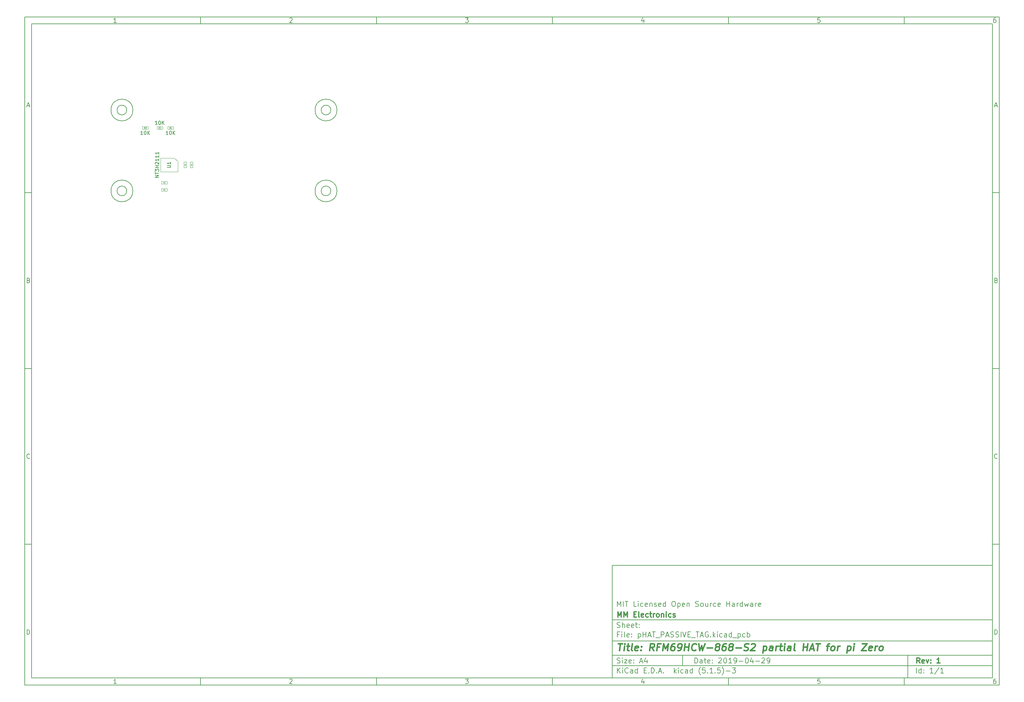
<source format=gbr>
%TF.GenerationSoftware,KiCad,Pcbnew,(5.1.5)-3*%
%TF.CreationDate,2021-10-20T10:58:06+01:00*%
%TF.ProjectId,pHAT_PASSIVE_TAG,70484154-5f50-4415-9353-4956455f5441,1*%
%TF.SameCoordinates,Original*%
%TF.FileFunction,Other,Fab,Top*%
%FSLAX46Y46*%
G04 Gerber Fmt 4.6, Leading zero omitted, Abs format (unit mm)*
G04 Created by KiCad (PCBNEW (5.1.5)-3) date 2021-10-20 10:58:06*
%MOMM*%
%LPD*%
G04 APERTURE LIST*
%ADD10C,0.100000*%
%ADD11C,0.150000*%
%ADD12C,0.300000*%
%ADD13C,0.400000*%
%ADD14C,0.060000*%
%ADD15C,0.075000*%
G04 APERTURE END LIST*
D10*
D11*
X177002200Y-166007200D02*
X177002200Y-198007200D01*
X285002200Y-198007200D01*
X285002200Y-166007200D01*
X177002200Y-166007200D01*
D10*
D11*
X10000000Y-10000000D02*
X10000000Y-200007200D01*
X287002200Y-200007200D01*
X287002200Y-10000000D01*
X10000000Y-10000000D01*
D10*
D11*
X12000000Y-12000000D02*
X12000000Y-198007200D01*
X285002200Y-198007200D01*
X285002200Y-12000000D01*
X12000000Y-12000000D01*
D10*
D11*
X60000000Y-12000000D02*
X60000000Y-10000000D01*
D10*
D11*
X110000000Y-12000000D02*
X110000000Y-10000000D01*
D10*
D11*
X160000000Y-12000000D02*
X160000000Y-10000000D01*
D10*
D11*
X210000000Y-12000000D02*
X210000000Y-10000000D01*
D10*
D11*
X260000000Y-12000000D02*
X260000000Y-10000000D01*
D10*
D11*
X36065476Y-11588095D02*
X35322619Y-11588095D01*
X35694047Y-11588095D02*
X35694047Y-10288095D01*
X35570238Y-10473809D01*
X35446428Y-10597619D01*
X35322619Y-10659523D01*
D10*
D11*
X85322619Y-10411904D02*
X85384523Y-10350000D01*
X85508333Y-10288095D01*
X85817857Y-10288095D01*
X85941666Y-10350000D01*
X86003571Y-10411904D01*
X86065476Y-10535714D01*
X86065476Y-10659523D01*
X86003571Y-10845238D01*
X85260714Y-11588095D01*
X86065476Y-11588095D01*
D10*
D11*
X135260714Y-10288095D02*
X136065476Y-10288095D01*
X135632142Y-10783333D01*
X135817857Y-10783333D01*
X135941666Y-10845238D01*
X136003571Y-10907142D01*
X136065476Y-11030952D01*
X136065476Y-11340476D01*
X136003571Y-11464285D01*
X135941666Y-11526190D01*
X135817857Y-11588095D01*
X135446428Y-11588095D01*
X135322619Y-11526190D01*
X135260714Y-11464285D01*
D10*
D11*
X185941666Y-10721428D02*
X185941666Y-11588095D01*
X185632142Y-10226190D02*
X185322619Y-11154761D01*
X186127380Y-11154761D01*
D10*
D11*
X236003571Y-10288095D02*
X235384523Y-10288095D01*
X235322619Y-10907142D01*
X235384523Y-10845238D01*
X235508333Y-10783333D01*
X235817857Y-10783333D01*
X235941666Y-10845238D01*
X236003571Y-10907142D01*
X236065476Y-11030952D01*
X236065476Y-11340476D01*
X236003571Y-11464285D01*
X235941666Y-11526190D01*
X235817857Y-11588095D01*
X235508333Y-11588095D01*
X235384523Y-11526190D01*
X235322619Y-11464285D01*
D10*
D11*
X285941666Y-10288095D02*
X285694047Y-10288095D01*
X285570238Y-10350000D01*
X285508333Y-10411904D01*
X285384523Y-10597619D01*
X285322619Y-10845238D01*
X285322619Y-11340476D01*
X285384523Y-11464285D01*
X285446428Y-11526190D01*
X285570238Y-11588095D01*
X285817857Y-11588095D01*
X285941666Y-11526190D01*
X286003571Y-11464285D01*
X286065476Y-11340476D01*
X286065476Y-11030952D01*
X286003571Y-10907142D01*
X285941666Y-10845238D01*
X285817857Y-10783333D01*
X285570238Y-10783333D01*
X285446428Y-10845238D01*
X285384523Y-10907142D01*
X285322619Y-11030952D01*
D10*
D11*
X60000000Y-198007200D02*
X60000000Y-200007200D01*
D10*
D11*
X110000000Y-198007200D02*
X110000000Y-200007200D01*
D10*
D11*
X160000000Y-198007200D02*
X160000000Y-200007200D01*
D10*
D11*
X210000000Y-198007200D02*
X210000000Y-200007200D01*
D10*
D11*
X260000000Y-198007200D02*
X260000000Y-200007200D01*
D10*
D11*
X36065476Y-199595295D02*
X35322619Y-199595295D01*
X35694047Y-199595295D02*
X35694047Y-198295295D01*
X35570238Y-198481009D01*
X35446428Y-198604819D01*
X35322619Y-198666723D01*
D10*
D11*
X85322619Y-198419104D02*
X85384523Y-198357200D01*
X85508333Y-198295295D01*
X85817857Y-198295295D01*
X85941666Y-198357200D01*
X86003571Y-198419104D01*
X86065476Y-198542914D01*
X86065476Y-198666723D01*
X86003571Y-198852438D01*
X85260714Y-199595295D01*
X86065476Y-199595295D01*
D10*
D11*
X135260714Y-198295295D02*
X136065476Y-198295295D01*
X135632142Y-198790533D01*
X135817857Y-198790533D01*
X135941666Y-198852438D01*
X136003571Y-198914342D01*
X136065476Y-199038152D01*
X136065476Y-199347676D01*
X136003571Y-199471485D01*
X135941666Y-199533390D01*
X135817857Y-199595295D01*
X135446428Y-199595295D01*
X135322619Y-199533390D01*
X135260714Y-199471485D01*
D10*
D11*
X185941666Y-198728628D02*
X185941666Y-199595295D01*
X185632142Y-198233390D02*
X185322619Y-199161961D01*
X186127380Y-199161961D01*
D10*
D11*
X236003571Y-198295295D02*
X235384523Y-198295295D01*
X235322619Y-198914342D01*
X235384523Y-198852438D01*
X235508333Y-198790533D01*
X235817857Y-198790533D01*
X235941666Y-198852438D01*
X236003571Y-198914342D01*
X236065476Y-199038152D01*
X236065476Y-199347676D01*
X236003571Y-199471485D01*
X235941666Y-199533390D01*
X235817857Y-199595295D01*
X235508333Y-199595295D01*
X235384523Y-199533390D01*
X235322619Y-199471485D01*
D10*
D11*
X285941666Y-198295295D02*
X285694047Y-198295295D01*
X285570238Y-198357200D01*
X285508333Y-198419104D01*
X285384523Y-198604819D01*
X285322619Y-198852438D01*
X285322619Y-199347676D01*
X285384523Y-199471485D01*
X285446428Y-199533390D01*
X285570238Y-199595295D01*
X285817857Y-199595295D01*
X285941666Y-199533390D01*
X286003571Y-199471485D01*
X286065476Y-199347676D01*
X286065476Y-199038152D01*
X286003571Y-198914342D01*
X285941666Y-198852438D01*
X285817857Y-198790533D01*
X285570238Y-198790533D01*
X285446428Y-198852438D01*
X285384523Y-198914342D01*
X285322619Y-199038152D01*
D10*
D11*
X10000000Y-60000000D02*
X12000000Y-60000000D01*
D10*
D11*
X10000000Y-110000000D02*
X12000000Y-110000000D01*
D10*
D11*
X10000000Y-160000000D02*
X12000000Y-160000000D01*
D10*
D11*
X10690476Y-35216666D02*
X11309523Y-35216666D01*
X10566666Y-35588095D02*
X11000000Y-34288095D01*
X11433333Y-35588095D01*
D10*
D11*
X11092857Y-84907142D02*
X11278571Y-84969047D01*
X11340476Y-85030952D01*
X11402380Y-85154761D01*
X11402380Y-85340476D01*
X11340476Y-85464285D01*
X11278571Y-85526190D01*
X11154761Y-85588095D01*
X10659523Y-85588095D01*
X10659523Y-84288095D01*
X11092857Y-84288095D01*
X11216666Y-84350000D01*
X11278571Y-84411904D01*
X11340476Y-84535714D01*
X11340476Y-84659523D01*
X11278571Y-84783333D01*
X11216666Y-84845238D01*
X11092857Y-84907142D01*
X10659523Y-84907142D01*
D10*
D11*
X11402380Y-135464285D02*
X11340476Y-135526190D01*
X11154761Y-135588095D01*
X11030952Y-135588095D01*
X10845238Y-135526190D01*
X10721428Y-135402380D01*
X10659523Y-135278571D01*
X10597619Y-135030952D01*
X10597619Y-134845238D01*
X10659523Y-134597619D01*
X10721428Y-134473809D01*
X10845238Y-134350000D01*
X11030952Y-134288095D01*
X11154761Y-134288095D01*
X11340476Y-134350000D01*
X11402380Y-134411904D01*
D10*
D11*
X10659523Y-185588095D02*
X10659523Y-184288095D01*
X10969047Y-184288095D01*
X11154761Y-184350000D01*
X11278571Y-184473809D01*
X11340476Y-184597619D01*
X11402380Y-184845238D01*
X11402380Y-185030952D01*
X11340476Y-185278571D01*
X11278571Y-185402380D01*
X11154761Y-185526190D01*
X10969047Y-185588095D01*
X10659523Y-185588095D01*
D10*
D11*
X287002200Y-60000000D02*
X285002200Y-60000000D01*
D10*
D11*
X287002200Y-110000000D02*
X285002200Y-110000000D01*
D10*
D11*
X287002200Y-160000000D02*
X285002200Y-160000000D01*
D10*
D11*
X285692676Y-35216666D02*
X286311723Y-35216666D01*
X285568866Y-35588095D02*
X286002200Y-34288095D01*
X286435533Y-35588095D01*
D10*
D11*
X286095057Y-84907142D02*
X286280771Y-84969047D01*
X286342676Y-85030952D01*
X286404580Y-85154761D01*
X286404580Y-85340476D01*
X286342676Y-85464285D01*
X286280771Y-85526190D01*
X286156961Y-85588095D01*
X285661723Y-85588095D01*
X285661723Y-84288095D01*
X286095057Y-84288095D01*
X286218866Y-84350000D01*
X286280771Y-84411904D01*
X286342676Y-84535714D01*
X286342676Y-84659523D01*
X286280771Y-84783333D01*
X286218866Y-84845238D01*
X286095057Y-84907142D01*
X285661723Y-84907142D01*
D10*
D11*
X286404580Y-135464285D02*
X286342676Y-135526190D01*
X286156961Y-135588095D01*
X286033152Y-135588095D01*
X285847438Y-135526190D01*
X285723628Y-135402380D01*
X285661723Y-135278571D01*
X285599819Y-135030952D01*
X285599819Y-134845238D01*
X285661723Y-134597619D01*
X285723628Y-134473809D01*
X285847438Y-134350000D01*
X286033152Y-134288095D01*
X286156961Y-134288095D01*
X286342676Y-134350000D01*
X286404580Y-134411904D01*
D10*
D11*
X285661723Y-185588095D02*
X285661723Y-184288095D01*
X285971247Y-184288095D01*
X286156961Y-184350000D01*
X286280771Y-184473809D01*
X286342676Y-184597619D01*
X286404580Y-184845238D01*
X286404580Y-185030952D01*
X286342676Y-185278571D01*
X286280771Y-185402380D01*
X286156961Y-185526190D01*
X285971247Y-185588095D01*
X285661723Y-185588095D01*
D10*
D11*
X200434342Y-193785771D02*
X200434342Y-192285771D01*
X200791485Y-192285771D01*
X201005771Y-192357200D01*
X201148628Y-192500057D01*
X201220057Y-192642914D01*
X201291485Y-192928628D01*
X201291485Y-193142914D01*
X201220057Y-193428628D01*
X201148628Y-193571485D01*
X201005771Y-193714342D01*
X200791485Y-193785771D01*
X200434342Y-193785771D01*
X202577200Y-193785771D02*
X202577200Y-193000057D01*
X202505771Y-192857200D01*
X202362914Y-192785771D01*
X202077200Y-192785771D01*
X201934342Y-192857200D01*
X202577200Y-193714342D02*
X202434342Y-193785771D01*
X202077200Y-193785771D01*
X201934342Y-193714342D01*
X201862914Y-193571485D01*
X201862914Y-193428628D01*
X201934342Y-193285771D01*
X202077200Y-193214342D01*
X202434342Y-193214342D01*
X202577200Y-193142914D01*
X203077200Y-192785771D02*
X203648628Y-192785771D01*
X203291485Y-192285771D02*
X203291485Y-193571485D01*
X203362914Y-193714342D01*
X203505771Y-193785771D01*
X203648628Y-193785771D01*
X204720057Y-193714342D02*
X204577200Y-193785771D01*
X204291485Y-193785771D01*
X204148628Y-193714342D01*
X204077200Y-193571485D01*
X204077200Y-193000057D01*
X204148628Y-192857200D01*
X204291485Y-192785771D01*
X204577200Y-192785771D01*
X204720057Y-192857200D01*
X204791485Y-193000057D01*
X204791485Y-193142914D01*
X204077200Y-193285771D01*
X205434342Y-193642914D02*
X205505771Y-193714342D01*
X205434342Y-193785771D01*
X205362914Y-193714342D01*
X205434342Y-193642914D01*
X205434342Y-193785771D01*
X205434342Y-192857200D02*
X205505771Y-192928628D01*
X205434342Y-193000057D01*
X205362914Y-192928628D01*
X205434342Y-192857200D01*
X205434342Y-193000057D01*
X207220057Y-192428628D02*
X207291485Y-192357200D01*
X207434342Y-192285771D01*
X207791485Y-192285771D01*
X207934342Y-192357200D01*
X208005771Y-192428628D01*
X208077200Y-192571485D01*
X208077200Y-192714342D01*
X208005771Y-192928628D01*
X207148628Y-193785771D01*
X208077200Y-193785771D01*
X209005771Y-192285771D02*
X209148628Y-192285771D01*
X209291485Y-192357200D01*
X209362914Y-192428628D01*
X209434342Y-192571485D01*
X209505771Y-192857200D01*
X209505771Y-193214342D01*
X209434342Y-193500057D01*
X209362914Y-193642914D01*
X209291485Y-193714342D01*
X209148628Y-193785771D01*
X209005771Y-193785771D01*
X208862914Y-193714342D01*
X208791485Y-193642914D01*
X208720057Y-193500057D01*
X208648628Y-193214342D01*
X208648628Y-192857200D01*
X208720057Y-192571485D01*
X208791485Y-192428628D01*
X208862914Y-192357200D01*
X209005771Y-192285771D01*
X210934342Y-193785771D02*
X210077200Y-193785771D01*
X210505771Y-193785771D02*
X210505771Y-192285771D01*
X210362914Y-192500057D01*
X210220057Y-192642914D01*
X210077200Y-192714342D01*
X211648628Y-193785771D02*
X211934342Y-193785771D01*
X212077200Y-193714342D01*
X212148628Y-193642914D01*
X212291485Y-193428628D01*
X212362914Y-193142914D01*
X212362914Y-192571485D01*
X212291485Y-192428628D01*
X212220057Y-192357200D01*
X212077200Y-192285771D01*
X211791485Y-192285771D01*
X211648628Y-192357200D01*
X211577200Y-192428628D01*
X211505771Y-192571485D01*
X211505771Y-192928628D01*
X211577200Y-193071485D01*
X211648628Y-193142914D01*
X211791485Y-193214342D01*
X212077200Y-193214342D01*
X212220057Y-193142914D01*
X212291485Y-193071485D01*
X212362914Y-192928628D01*
X213005771Y-193214342D02*
X214148628Y-193214342D01*
X215148628Y-192285771D02*
X215291485Y-192285771D01*
X215434342Y-192357200D01*
X215505771Y-192428628D01*
X215577200Y-192571485D01*
X215648628Y-192857200D01*
X215648628Y-193214342D01*
X215577200Y-193500057D01*
X215505771Y-193642914D01*
X215434342Y-193714342D01*
X215291485Y-193785771D01*
X215148628Y-193785771D01*
X215005771Y-193714342D01*
X214934342Y-193642914D01*
X214862914Y-193500057D01*
X214791485Y-193214342D01*
X214791485Y-192857200D01*
X214862914Y-192571485D01*
X214934342Y-192428628D01*
X215005771Y-192357200D01*
X215148628Y-192285771D01*
X216934342Y-192785771D02*
X216934342Y-193785771D01*
X216577200Y-192214342D02*
X216220057Y-193285771D01*
X217148628Y-193285771D01*
X217720057Y-193214342D02*
X218862914Y-193214342D01*
X219505771Y-192428628D02*
X219577200Y-192357200D01*
X219720057Y-192285771D01*
X220077200Y-192285771D01*
X220220057Y-192357200D01*
X220291485Y-192428628D01*
X220362914Y-192571485D01*
X220362914Y-192714342D01*
X220291485Y-192928628D01*
X219434342Y-193785771D01*
X220362914Y-193785771D01*
X221077200Y-193785771D02*
X221362914Y-193785771D01*
X221505771Y-193714342D01*
X221577200Y-193642914D01*
X221720057Y-193428628D01*
X221791485Y-193142914D01*
X221791485Y-192571485D01*
X221720057Y-192428628D01*
X221648628Y-192357200D01*
X221505771Y-192285771D01*
X221220057Y-192285771D01*
X221077200Y-192357200D01*
X221005771Y-192428628D01*
X220934342Y-192571485D01*
X220934342Y-192928628D01*
X221005771Y-193071485D01*
X221077200Y-193142914D01*
X221220057Y-193214342D01*
X221505771Y-193214342D01*
X221648628Y-193142914D01*
X221720057Y-193071485D01*
X221791485Y-192928628D01*
D10*
D11*
X177002200Y-194507200D02*
X285002200Y-194507200D01*
D10*
D11*
X178434342Y-196585771D02*
X178434342Y-195085771D01*
X179291485Y-196585771D02*
X178648628Y-195728628D01*
X179291485Y-195085771D02*
X178434342Y-195942914D01*
X179934342Y-196585771D02*
X179934342Y-195585771D01*
X179934342Y-195085771D02*
X179862914Y-195157200D01*
X179934342Y-195228628D01*
X180005771Y-195157200D01*
X179934342Y-195085771D01*
X179934342Y-195228628D01*
X181505771Y-196442914D02*
X181434342Y-196514342D01*
X181220057Y-196585771D01*
X181077200Y-196585771D01*
X180862914Y-196514342D01*
X180720057Y-196371485D01*
X180648628Y-196228628D01*
X180577200Y-195942914D01*
X180577200Y-195728628D01*
X180648628Y-195442914D01*
X180720057Y-195300057D01*
X180862914Y-195157200D01*
X181077200Y-195085771D01*
X181220057Y-195085771D01*
X181434342Y-195157200D01*
X181505771Y-195228628D01*
X182791485Y-196585771D02*
X182791485Y-195800057D01*
X182720057Y-195657200D01*
X182577200Y-195585771D01*
X182291485Y-195585771D01*
X182148628Y-195657200D01*
X182791485Y-196514342D02*
X182648628Y-196585771D01*
X182291485Y-196585771D01*
X182148628Y-196514342D01*
X182077200Y-196371485D01*
X182077200Y-196228628D01*
X182148628Y-196085771D01*
X182291485Y-196014342D01*
X182648628Y-196014342D01*
X182791485Y-195942914D01*
X184148628Y-196585771D02*
X184148628Y-195085771D01*
X184148628Y-196514342D02*
X184005771Y-196585771D01*
X183720057Y-196585771D01*
X183577200Y-196514342D01*
X183505771Y-196442914D01*
X183434342Y-196300057D01*
X183434342Y-195871485D01*
X183505771Y-195728628D01*
X183577200Y-195657200D01*
X183720057Y-195585771D01*
X184005771Y-195585771D01*
X184148628Y-195657200D01*
X186005771Y-195800057D02*
X186505771Y-195800057D01*
X186720057Y-196585771D02*
X186005771Y-196585771D01*
X186005771Y-195085771D01*
X186720057Y-195085771D01*
X187362914Y-196442914D02*
X187434342Y-196514342D01*
X187362914Y-196585771D01*
X187291485Y-196514342D01*
X187362914Y-196442914D01*
X187362914Y-196585771D01*
X188077200Y-196585771D02*
X188077200Y-195085771D01*
X188434342Y-195085771D01*
X188648628Y-195157200D01*
X188791485Y-195300057D01*
X188862914Y-195442914D01*
X188934342Y-195728628D01*
X188934342Y-195942914D01*
X188862914Y-196228628D01*
X188791485Y-196371485D01*
X188648628Y-196514342D01*
X188434342Y-196585771D01*
X188077200Y-196585771D01*
X189577200Y-196442914D02*
X189648628Y-196514342D01*
X189577200Y-196585771D01*
X189505771Y-196514342D01*
X189577200Y-196442914D01*
X189577200Y-196585771D01*
X190220057Y-196157200D02*
X190934342Y-196157200D01*
X190077200Y-196585771D02*
X190577200Y-195085771D01*
X191077200Y-196585771D01*
X191577200Y-196442914D02*
X191648628Y-196514342D01*
X191577200Y-196585771D01*
X191505771Y-196514342D01*
X191577200Y-196442914D01*
X191577200Y-196585771D01*
X194577200Y-196585771D02*
X194577200Y-195085771D01*
X194720057Y-196014342D02*
X195148628Y-196585771D01*
X195148628Y-195585771D02*
X194577200Y-196157200D01*
X195791485Y-196585771D02*
X195791485Y-195585771D01*
X195791485Y-195085771D02*
X195720057Y-195157200D01*
X195791485Y-195228628D01*
X195862914Y-195157200D01*
X195791485Y-195085771D01*
X195791485Y-195228628D01*
X197148628Y-196514342D02*
X197005771Y-196585771D01*
X196720057Y-196585771D01*
X196577200Y-196514342D01*
X196505771Y-196442914D01*
X196434342Y-196300057D01*
X196434342Y-195871485D01*
X196505771Y-195728628D01*
X196577200Y-195657200D01*
X196720057Y-195585771D01*
X197005771Y-195585771D01*
X197148628Y-195657200D01*
X198434342Y-196585771D02*
X198434342Y-195800057D01*
X198362914Y-195657200D01*
X198220057Y-195585771D01*
X197934342Y-195585771D01*
X197791485Y-195657200D01*
X198434342Y-196514342D02*
X198291485Y-196585771D01*
X197934342Y-196585771D01*
X197791485Y-196514342D01*
X197720057Y-196371485D01*
X197720057Y-196228628D01*
X197791485Y-196085771D01*
X197934342Y-196014342D01*
X198291485Y-196014342D01*
X198434342Y-195942914D01*
X199791485Y-196585771D02*
X199791485Y-195085771D01*
X199791485Y-196514342D02*
X199648628Y-196585771D01*
X199362914Y-196585771D01*
X199220057Y-196514342D01*
X199148628Y-196442914D01*
X199077200Y-196300057D01*
X199077200Y-195871485D01*
X199148628Y-195728628D01*
X199220057Y-195657200D01*
X199362914Y-195585771D01*
X199648628Y-195585771D01*
X199791485Y-195657200D01*
X202077200Y-197157200D02*
X202005771Y-197085771D01*
X201862914Y-196871485D01*
X201791485Y-196728628D01*
X201720057Y-196514342D01*
X201648628Y-196157200D01*
X201648628Y-195871485D01*
X201720057Y-195514342D01*
X201791485Y-195300057D01*
X201862914Y-195157200D01*
X202005771Y-194942914D01*
X202077200Y-194871485D01*
X203362914Y-195085771D02*
X202648628Y-195085771D01*
X202577200Y-195800057D01*
X202648628Y-195728628D01*
X202791485Y-195657200D01*
X203148628Y-195657200D01*
X203291485Y-195728628D01*
X203362914Y-195800057D01*
X203434342Y-195942914D01*
X203434342Y-196300057D01*
X203362914Y-196442914D01*
X203291485Y-196514342D01*
X203148628Y-196585771D01*
X202791485Y-196585771D01*
X202648628Y-196514342D01*
X202577200Y-196442914D01*
X204077200Y-196442914D02*
X204148628Y-196514342D01*
X204077200Y-196585771D01*
X204005771Y-196514342D01*
X204077200Y-196442914D01*
X204077200Y-196585771D01*
X205577200Y-196585771D02*
X204720057Y-196585771D01*
X205148628Y-196585771D02*
X205148628Y-195085771D01*
X205005771Y-195300057D01*
X204862914Y-195442914D01*
X204720057Y-195514342D01*
X206220057Y-196442914D02*
X206291485Y-196514342D01*
X206220057Y-196585771D01*
X206148628Y-196514342D01*
X206220057Y-196442914D01*
X206220057Y-196585771D01*
X207648628Y-195085771D02*
X206934342Y-195085771D01*
X206862914Y-195800057D01*
X206934342Y-195728628D01*
X207077200Y-195657200D01*
X207434342Y-195657200D01*
X207577200Y-195728628D01*
X207648628Y-195800057D01*
X207720057Y-195942914D01*
X207720057Y-196300057D01*
X207648628Y-196442914D01*
X207577200Y-196514342D01*
X207434342Y-196585771D01*
X207077200Y-196585771D01*
X206934342Y-196514342D01*
X206862914Y-196442914D01*
X208220057Y-197157200D02*
X208291485Y-197085771D01*
X208434342Y-196871485D01*
X208505771Y-196728628D01*
X208577200Y-196514342D01*
X208648628Y-196157200D01*
X208648628Y-195871485D01*
X208577200Y-195514342D01*
X208505771Y-195300057D01*
X208434342Y-195157200D01*
X208291485Y-194942914D01*
X208220057Y-194871485D01*
X209362914Y-196014342D02*
X210505771Y-196014342D01*
X211077200Y-195085771D02*
X212005771Y-195085771D01*
X211505771Y-195657200D01*
X211720057Y-195657200D01*
X211862914Y-195728628D01*
X211934342Y-195800057D01*
X212005771Y-195942914D01*
X212005771Y-196300057D01*
X211934342Y-196442914D01*
X211862914Y-196514342D01*
X211720057Y-196585771D01*
X211291485Y-196585771D01*
X211148628Y-196514342D01*
X211077200Y-196442914D01*
D10*
D11*
X177002200Y-191507200D02*
X285002200Y-191507200D01*
D10*
D12*
X264411485Y-193785771D02*
X263911485Y-193071485D01*
X263554342Y-193785771D02*
X263554342Y-192285771D01*
X264125771Y-192285771D01*
X264268628Y-192357200D01*
X264340057Y-192428628D01*
X264411485Y-192571485D01*
X264411485Y-192785771D01*
X264340057Y-192928628D01*
X264268628Y-193000057D01*
X264125771Y-193071485D01*
X263554342Y-193071485D01*
X265625771Y-193714342D02*
X265482914Y-193785771D01*
X265197200Y-193785771D01*
X265054342Y-193714342D01*
X264982914Y-193571485D01*
X264982914Y-193000057D01*
X265054342Y-192857200D01*
X265197200Y-192785771D01*
X265482914Y-192785771D01*
X265625771Y-192857200D01*
X265697200Y-193000057D01*
X265697200Y-193142914D01*
X264982914Y-193285771D01*
X266197200Y-192785771D02*
X266554342Y-193785771D01*
X266911485Y-192785771D01*
X267482914Y-193642914D02*
X267554342Y-193714342D01*
X267482914Y-193785771D01*
X267411485Y-193714342D01*
X267482914Y-193642914D01*
X267482914Y-193785771D01*
X267482914Y-192857200D02*
X267554342Y-192928628D01*
X267482914Y-193000057D01*
X267411485Y-192928628D01*
X267482914Y-192857200D01*
X267482914Y-193000057D01*
X270125771Y-193785771D02*
X269268628Y-193785771D01*
X269697200Y-193785771D02*
X269697200Y-192285771D01*
X269554342Y-192500057D01*
X269411485Y-192642914D01*
X269268628Y-192714342D01*
D10*
D11*
X178362914Y-193714342D02*
X178577200Y-193785771D01*
X178934342Y-193785771D01*
X179077200Y-193714342D01*
X179148628Y-193642914D01*
X179220057Y-193500057D01*
X179220057Y-193357200D01*
X179148628Y-193214342D01*
X179077200Y-193142914D01*
X178934342Y-193071485D01*
X178648628Y-193000057D01*
X178505771Y-192928628D01*
X178434342Y-192857200D01*
X178362914Y-192714342D01*
X178362914Y-192571485D01*
X178434342Y-192428628D01*
X178505771Y-192357200D01*
X178648628Y-192285771D01*
X179005771Y-192285771D01*
X179220057Y-192357200D01*
X179862914Y-193785771D02*
X179862914Y-192785771D01*
X179862914Y-192285771D02*
X179791485Y-192357200D01*
X179862914Y-192428628D01*
X179934342Y-192357200D01*
X179862914Y-192285771D01*
X179862914Y-192428628D01*
X180434342Y-192785771D02*
X181220057Y-192785771D01*
X180434342Y-193785771D01*
X181220057Y-193785771D01*
X182362914Y-193714342D02*
X182220057Y-193785771D01*
X181934342Y-193785771D01*
X181791485Y-193714342D01*
X181720057Y-193571485D01*
X181720057Y-193000057D01*
X181791485Y-192857200D01*
X181934342Y-192785771D01*
X182220057Y-192785771D01*
X182362914Y-192857200D01*
X182434342Y-193000057D01*
X182434342Y-193142914D01*
X181720057Y-193285771D01*
X183077200Y-193642914D02*
X183148628Y-193714342D01*
X183077200Y-193785771D01*
X183005771Y-193714342D01*
X183077200Y-193642914D01*
X183077200Y-193785771D01*
X183077200Y-192857200D02*
X183148628Y-192928628D01*
X183077200Y-193000057D01*
X183005771Y-192928628D01*
X183077200Y-192857200D01*
X183077200Y-193000057D01*
X184862914Y-193357200D02*
X185577200Y-193357200D01*
X184720057Y-193785771D02*
X185220057Y-192285771D01*
X185720057Y-193785771D01*
X186862914Y-192785771D02*
X186862914Y-193785771D01*
X186505771Y-192214342D02*
X186148628Y-193285771D01*
X187077200Y-193285771D01*
D10*
D11*
X263434342Y-196585771D02*
X263434342Y-195085771D01*
X264791485Y-196585771D02*
X264791485Y-195085771D01*
X264791485Y-196514342D02*
X264648628Y-196585771D01*
X264362914Y-196585771D01*
X264220057Y-196514342D01*
X264148628Y-196442914D01*
X264077200Y-196300057D01*
X264077200Y-195871485D01*
X264148628Y-195728628D01*
X264220057Y-195657200D01*
X264362914Y-195585771D01*
X264648628Y-195585771D01*
X264791485Y-195657200D01*
X265505771Y-196442914D02*
X265577200Y-196514342D01*
X265505771Y-196585771D01*
X265434342Y-196514342D01*
X265505771Y-196442914D01*
X265505771Y-196585771D01*
X265505771Y-195657200D02*
X265577200Y-195728628D01*
X265505771Y-195800057D01*
X265434342Y-195728628D01*
X265505771Y-195657200D01*
X265505771Y-195800057D01*
X268148628Y-196585771D02*
X267291485Y-196585771D01*
X267720057Y-196585771D02*
X267720057Y-195085771D01*
X267577200Y-195300057D01*
X267434342Y-195442914D01*
X267291485Y-195514342D01*
X269862914Y-195014342D02*
X268577200Y-196942914D01*
X271148628Y-196585771D02*
X270291485Y-196585771D01*
X270720057Y-196585771D02*
X270720057Y-195085771D01*
X270577200Y-195300057D01*
X270434342Y-195442914D01*
X270291485Y-195514342D01*
D10*
D11*
X177002200Y-187507200D02*
X285002200Y-187507200D01*
D10*
D13*
X178714580Y-188211961D02*
X179857438Y-188211961D01*
X179036009Y-190211961D02*
X179286009Y-188211961D01*
X180274104Y-190211961D02*
X180440771Y-188878628D01*
X180524104Y-188211961D02*
X180416961Y-188307200D01*
X180500295Y-188402438D01*
X180607438Y-188307200D01*
X180524104Y-188211961D01*
X180500295Y-188402438D01*
X181107438Y-188878628D02*
X181869342Y-188878628D01*
X181476485Y-188211961D02*
X181262200Y-189926247D01*
X181333628Y-190116723D01*
X181512200Y-190211961D01*
X181702676Y-190211961D01*
X182655057Y-190211961D02*
X182476485Y-190116723D01*
X182405057Y-189926247D01*
X182619342Y-188211961D01*
X184190771Y-190116723D02*
X183988390Y-190211961D01*
X183607438Y-190211961D01*
X183428866Y-190116723D01*
X183357438Y-189926247D01*
X183452676Y-189164342D01*
X183571723Y-188973866D01*
X183774104Y-188878628D01*
X184155057Y-188878628D01*
X184333628Y-188973866D01*
X184405057Y-189164342D01*
X184381247Y-189354819D01*
X183405057Y-189545295D01*
X185155057Y-190021485D02*
X185238390Y-190116723D01*
X185131247Y-190211961D01*
X185047914Y-190116723D01*
X185155057Y-190021485D01*
X185131247Y-190211961D01*
X185286009Y-188973866D02*
X185369342Y-189069104D01*
X185262200Y-189164342D01*
X185178866Y-189069104D01*
X185286009Y-188973866D01*
X185262200Y-189164342D01*
X188750295Y-190211961D02*
X188202676Y-189259580D01*
X187607438Y-190211961D02*
X187857438Y-188211961D01*
X188619342Y-188211961D01*
X188797914Y-188307200D01*
X188881247Y-188402438D01*
X188952676Y-188592914D01*
X188916961Y-188878628D01*
X188797914Y-189069104D01*
X188690771Y-189164342D01*
X188488390Y-189259580D01*
X187726485Y-189259580D01*
X190405057Y-189164342D02*
X189738390Y-189164342D01*
X189607438Y-190211961D02*
X189857438Y-188211961D01*
X190809819Y-188211961D01*
X191321723Y-190211961D02*
X191571723Y-188211961D01*
X192059819Y-189640533D01*
X192905057Y-188211961D01*
X192655057Y-190211961D01*
X194714580Y-188211961D02*
X194333628Y-188211961D01*
X194131247Y-188307200D01*
X194024104Y-188402438D01*
X193797914Y-188688152D01*
X193655057Y-189069104D01*
X193559819Y-189831009D01*
X193631247Y-190021485D01*
X193714580Y-190116723D01*
X193893152Y-190211961D01*
X194274104Y-190211961D01*
X194476485Y-190116723D01*
X194583628Y-190021485D01*
X194702676Y-189831009D01*
X194762200Y-189354819D01*
X194690771Y-189164342D01*
X194607438Y-189069104D01*
X194428866Y-188973866D01*
X194047914Y-188973866D01*
X193845533Y-189069104D01*
X193738390Y-189164342D01*
X193619342Y-189354819D01*
X195607438Y-190211961D02*
X195988390Y-190211961D01*
X196190771Y-190116723D01*
X196297914Y-190021485D01*
X196524104Y-189735771D01*
X196666961Y-189354819D01*
X196762200Y-188592914D01*
X196690771Y-188402438D01*
X196607438Y-188307200D01*
X196428866Y-188211961D01*
X196047914Y-188211961D01*
X195845533Y-188307200D01*
X195738390Y-188402438D01*
X195619342Y-188592914D01*
X195559819Y-189069104D01*
X195631247Y-189259580D01*
X195714580Y-189354819D01*
X195893152Y-189450057D01*
X196274104Y-189450057D01*
X196476485Y-189354819D01*
X196583628Y-189259580D01*
X196702676Y-189069104D01*
X197416961Y-190211961D02*
X197666961Y-188211961D01*
X197547914Y-189164342D02*
X198690771Y-189164342D01*
X198559819Y-190211961D02*
X198809819Y-188211961D01*
X200678866Y-190021485D02*
X200571723Y-190116723D01*
X200274104Y-190211961D01*
X200083628Y-190211961D01*
X199809819Y-190116723D01*
X199643152Y-189926247D01*
X199571723Y-189735771D01*
X199524104Y-189354819D01*
X199559819Y-189069104D01*
X199702676Y-188688152D01*
X199821723Y-188497676D01*
X200036009Y-188307200D01*
X200333628Y-188211961D01*
X200524104Y-188211961D01*
X200797914Y-188307200D01*
X200881247Y-188402438D01*
X201571723Y-188211961D02*
X201797914Y-190211961D01*
X202357438Y-188783390D01*
X202559819Y-190211961D01*
X203286009Y-188211961D01*
X203893152Y-189450057D02*
X205416961Y-189450057D01*
X206702676Y-189069104D02*
X206524104Y-188973866D01*
X206440771Y-188878628D01*
X206369342Y-188688152D01*
X206381247Y-188592914D01*
X206500295Y-188402438D01*
X206607438Y-188307200D01*
X206809819Y-188211961D01*
X207190771Y-188211961D01*
X207369342Y-188307200D01*
X207452676Y-188402438D01*
X207524104Y-188592914D01*
X207512200Y-188688152D01*
X207393152Y-188878628D01*
X207286009Y-188973866D01*
X207083628Y-189069104D01*
X206702676Y-189069104D01*
X206500295Y-189164342D01*
X206393152Y-189259580D01*
X206274104Y-189450057D01*
X206226485Y-189831009D01*
X206297914Y-190021485D01*
X206381247Y-190116723D01*
X206559819Y-190211961D01*
X206940771Y-190211961D01*
X207143152Y-190116723D01*
X207250295Y-190021485D01*
X207369342Y-189831009D01*
X207416961Y-189450057D01*
X207345533Y-189259580D01*
X207262200Y-189164342D01*
X207083628Y-189069104D01*
X209286009Y-188211961D02*
X208905057Y-188211961D01*
X208702676Y-188307200D01*
X208595533Y-188402438D01*
X208369342Y-188688152D01*
X208226485Y-189069104D01*
X208131247Y-189831009D01*
X208202676Y-190021485D01*
X208286009Y-190116723D01*
X208464580Y-190211961D01*
X208845533Y-190211961D01*
X209047914Y-190116723D01*
X209155057Y-190021485D01*
X209274104Y-189831009D01*
X209333628Y-189354819D01*
X209262200Y-189164342D01*
X209178866Y-189069104D01*
X209000295Y-188973866D01*
X208619342Y-188973866D01*
X208416961Y-189069104D01*
X208309819Y-189164342D01*
X208190771Y-189354819D01*
X210512200Y-189069104D02*
X210333628Y-188973866D01*
X210250295Y-188878628D01*
X210178866Y-188688152D01*
X210190771Y-188592914D01*
X210309819Y-188402438D01*
X210416961Y-188307200D01*
X210619342Y-188211961D01*
X211000295Y-188211961D01*
X211178866Y-188307200D01*
X211262200Y-188402438D01*
X211333628Y-188592914D01*
X211321723Y-188688152D01*
X211202676Y-188878628D01*
X211095533Y-188973866D01*
X210893152Y-189069104D01*
X210512200Y-189069104D01*
X210309819Y-189164342D01*
X210202676Y-189259580D01*
X210083628Y-189450057D01*
X210036009Y-189831009D01*
X210107438Y-190021485D01*
X210190771Y-190116723D01*
X210369342Y-190211961D01*
X210750295Y-190211961D01*
X210952676Y-190116723D01*
X211059819Y-190021485D01*
X211178866Y-189831009D01*
X211226485Y-189450057D01*
X211155057Y-189259580D01*
X211071723Y-189164342D01*
X210893152Y-189069104D01*
X212083628Y-189450057D02*
X213607438Y-189450057D01*
X214381247Y-190116723D02*
X214655057Y-190211961D01*
X215131247Y-190211961D01*
X215333628Y-190116723D01*
X215440771Y-190021485D01*
X215559819Y-189831009D01*
X215583628Y-189640533D01*
X215512200Y-189450057D01*
X215428866Y-189354819D01*
X215250295Y-189259580D01*
X214881247Y-189164342D01*
X214702676Y-189069104D01*
X214619342Y-188973866D01*
X214547914Y-188783390D01*
X214571723Y-188592914D01*
X214690771Y-188402438D01*
X214797914Y-188307200D01*
X215000295Y-188211961D01*
X215476485Y-188211961D01*
X215750295Y-188307200D01*
X216500295Y-188402438D02*
X216607438Y-188307200D01*
X216809819Y-188211961D01*
X217286009Y-188211961D01*
X217464580Y-188307200D01*
X217547914Y-188402438D01*
X217619342Y-188592914D01*
X217595533Y-188783390D01*
X217464580Y-189069104D01*
X216178866Y-190211961D01*
X217416961Y-190211961D01*
X219964580Y-188878628D02*
X219714580Y-190878628D01*
X219952676Y-188973866D02*
X220155057Y-188878628D01*
X220536009Y-188878628D01*
X220714580Y-188973866D01*
X220797914Y-189069104D01*
X220869342Y-189259580D01*
X220797914Y-189831009D01*
X220678866Y-190021485D01*
X220571723Y-190116723D01*
X220369342Y-190211961D01*
X219988390Y-190211961D01*
X219809819Y-190116723D01*
X222464580Y-190211961D02*
X222595533Y-189164342D01*
X222524104Y-188973866D01*
X222345533Y-188878628D01*
X221964580Y-188878628D01*
X221762200Y-188973866D01*
X222476485Y-190116723D02*
X222274104Y-190211961D01*
X221797914Y-190211961D01*
X221619342Y-190116723D01*
X221547914Y-189926247D01*
X221571723Y-189735771D01*
X221690771Y-189545295D01*
X221893152Y-189450057D01*
X222369342Y-189450057D01*
X222571723Y-189354819D01*
X223416961Y-190211961D02*
X223583628Y-188878628D01*
X223536009Y-189259580D02*
X223655057Y-189069104D01*
X223762199Y-188973866D01*
X223964580Y-188878628D01*
X224155057Y-188878628D01*
X224536009Y-188878628D02*
X225297914Y-188878628D01*
X224905057Y-188211961D02*
X224690771Y-189926247D01*
X224762200Y-190116723D01*
X224940771Y-190211961D01*
X225131247Y-190211961D01*
X225797914Y-190211961D02*
X225964580Y-188878628D01*
X226047914Y-188211961D02*
X225940771Y-188307200D01*
X226024104Y-188402438D01*
X226131247Y-188307200D01*
X226047914Y-188211961D01*
X226024104Y-188402438D01*
X227607438Y-190211961D02*
X227738390Y-189164342D01*
X227666961Y-188973866D01*
X227488390Y-188878628D01*
X227107438Y-188878628D01*
X226905057Y-188973866D01*
X227619342Y-190116723D02*
X227416961Y-190211961D01*
X226940771Y-190211961D01*
X226762200Y-190116723D01*
X226690771Y-189926247D01*
X226714580Y-189735771D01*
X226833628Y-189545295D01*
X227036009Y-189450057D01*
X227512200Y-189450057D01*
X227714580Y-189354819D01*
X228845533Y-190211961D02*
X228666961Y-190116723D01*
X228595533Y-189926247D01*
X228809819Y-188211961D01*
X231131247Y-190211961D02*
X231381247Y-188211961D01*
X231262199Y-189164342D02*
X232405057Y-189164342D01*
X232274104Y-190211961D02*
X232524104Y-188211961D01*
X233202676Y-189640533D02*
X234155057Y-189640533D01*
X232940771Y-190211961D02*
X233857438Y-188211961D01*
X234274104Y-190211961D01*
X234905057Y-188211961D02*
X236047914Y-188211961D01*
X235226485Y-190211961D02*
X235476485Y-188211961D01*
X237869342Y-188878628D02*
X238631247Y-188878628D01*
X237988390Y-190211961D02*
X238202676Y-188497676D01*
X238321723Y-188307200D01*
X238524104Y-188211961D01*
X238714580Y-188211961D01*
X239416961Y-190211961D02*
X239238390Y-190116723D01*
X239155057Y-190021485D01*
X239083628Y-189831009D01*
X239155057Y-189259580D01*
X239274104Y-189069104D01*
X239381247Y-188973866D01*
X239583628Y-188878628D01*
X239869342Y-188878628D01*
X240047914Y-188973866D01*
X240131247Y-189069104D01*
X240202676Y-189259580D01*
X240131247Y-189831009D01*
X240012199Y-190021485D01*
X239905057Y-190116723D01*
X239702676Y-190211961D01*
X239416961Y-190211961D01*
X240940771Y-190211961D02*
X241107438Y-188878628D01*
X241059819Y-189259580D02*
X241178866Y-189069104D01*
X241286009Y-188973866D01*
X241488390Y-188878628D01*
X241678866Y-188878628D01*
X243869342Y-188878628D02*
X243619342Y-190878628D01*
X243857438Y-188973866D02*
X244059819Y-188878628D01*
X244440771Y-188878628D01*
X244619342Y-188973866D01*
X244702676Y-189069104D01*
X244774104Y-189259580D01*
X244702676Y-189831009D01*
X244583628Y-190021485D01*
X244476485Y-190116723D01*
X244274104Y-190211961D01*
X243893152Y-190211961D01*
X243714580Y-190116723D01*
X245512199Y-190211961D02*
X245678866Y-188878628D01*
X245762199Y-188211961D02*
X245655057Y-188307200D01*
X245738390Y-188402438D01*
X245845533Y-188307200D01*
X245762199Y-188211961D01*
X245738390Y-188402438D01*
X248047914Y-188211961D02*
X249381247Y-188211961D01*
X247797914Y-190211961D01*
X249131247Y-190211961D01*
X250666961Y-190116723D02*
X250464580Y-190211961D01*
X250083628Y-190211961D01*
X249905057Y-190116723D01*
X249833628Y-189926247D01*
X249928866Y-189164342D01*
X250047914Y-188973866D01*
X250250295Y-188878628D01*
X250631247Y-188878628D01*
X250809819Y-188973866D01*
X250881247Y-189164342D01*
X250857438Y-189354819D01*
X249881247Y-189545295D01*
X251607438Y-190211961D02*
X251774104Y-188878628D01*
X251726485Y-189259580D02*
X251845533Y-189069104D01*
X251952676Y-188973866D01*
X252155057Y-188878628D01*
X252345533Y-188878628D01*
X253131247Y-190211961D02*
X252952676Y-190116723D01*
X252869342Y-190021485D01*
X252797914Y-189831009D01*
X252869342Y-189259580D01*
X252988390Y-189069104D01*
X253095533Y-188973866D01*
X253297914Y-188878628D01*
X253583628Y-188878628D01*
X253762200Y-188973866D01*
X253845533Y-189069104D01*
X253916961Y-189259580D01*
X253845533Y-189831009D01*
X253726485Y-190021485D01*
X253619342Y-190116723D01*
X253416961Y-190211961D01*
X253131247Y-190211961D01*
D10*
D11*
X178934342Y-185600057D02*
X178434342Y-185600057D01*
X178434342Y-186385771D02*
X178434342Y-184885771D01*
X179148628Y-184885771D01*
X179720057Y-186385771D02*
X179720057Y-185385771D01*
X179720057Y-184885771D02*
X179648628Y-184957200D01*
X179720057Y-185028628D01*
X179791485Y-184957200D01*
X179720057Y-184885771D01*
X179720057Y-185028628D01*
X180648628Y-186385771D02*
X180505771Y-186314342D01*
X180434342Y-186171485D01*
X180434342Y-184885771D01*
X181791485Y-186314342D02*
X181648628Y-186385771D01*
X181362914Y-186385771D01*
X181220057Y-186314342D01*
X181148628Y-186171485D01*
X181148628Y-185600057D01*
X181220057Y-185457200D01*
X181362914Y-185385771D01*
X181648628Y-185385771D01*
X181791485Y-185457200D01*
X181862914Y-185600057D01*
X181862914Y-185742914D01*
X181148628Y-185885771D01*
X182505771Y-186242914D02*
X182577200Y-186314342D01*
X182505771Y-186385771D01*
X182434342Y-186314342D01*
X182505771Y-186242914D01*
X182505771Y-186385771D01*
X182505771Y-185457200D02*
X182577200Y-185528628D01*
X182505771Y-185600057D01*
X182434342Y-185528628D01*
X182505771Y-185457200D01*
X182505771Y-185600057D01*
X184362914Y-185385771D02*
X184362914Y-186885771D01*
X184362914Y-185457200D02*
X184505771Y-185385771D01*
X184791485Y-185385771D01*
X184934342Y-185457200D01*
X185005771Y-185528628D01*
X185077200Y-185671485D01*
X185077200Y-186100057D01*
X185005771Y-186242914D01*
X184934342Y-186314342D01*
X184791485Y-186385771D01*
X184505771Y-186385771D01*
X184362914Y-186314342D01*
X185720057Y-186385771D02*
X185720057Y-184885771D01*
X185720057Y-185600057D02*
X186577200Y-185600057D01*
X186577200Y-186385771D02*
X186577200Y-184885771D01*
X187220057Y-185957200D02*
X187934342Y-185957200D01*
X187077200Y-186385771D02*
X187577200Y-184885771D01*
X188077200Y-186385771D01*
X188362914Y-184885771D02*
X189220057Y-184885771D01*
X188791485Y-186385771D02*
X188791485Y-184885771D01*
X189362914Y-186528628D02*
X190505771Y-186528628D01*
X190862914Y-186385771D02*
X190862914Y-184885771D01*
X191434342Y-184885771D01*
X191577200Y-184957200D01*
X191648628Y-185028628D01*
X191720057Y-185171485D01*
X191720057Y-185385771D01*
X191648628Y-185528628D01*
X191577200Y-185600057D01*
X191434342Y-185671485D01*
X190862914Y-185671485D01*
X192291485Y-185957200D02*
X193005771Y-185957200D01*
X192148628Y-186385771D02*
X192648628Y-184885771D01*
X193148628Y-186385771D01*
X193577200Y-186314342D02*
X193791485Y-186385771D01*
X194148628Y-186385771D01*
X194291485Y-186314342D01*
X194362914Y-186242914D01*
X194434342Y-186100057D01*
X194434342Y-185957200D01*
X194362914Y-185814342D01*
X194291485Y-185742914D01*
X194148628Y-185671485D01*
X193862914Y-185600057D01*
X193720057Y-185528628D01*
X193648628Y-185457200D01*
X193577200Y-185314342D01*
X193577200Y-185171485D01*
X193648628Y-185028628D01*
X193720057Y-184957200D01*
X193862914Y-184885771D01*
X194220057Y-184885771D01*
X194434342Y-184957200D01*
X195005771Y-186314342D02*
X195220057Y-186385771D01*
X195577200Y-186385771D01*
X195720057Y-186314342D01*
X195791485Y-186242914D01*
X195862914Y-186100057D01*
X195862914Y-185957200D01*
X195791485Y-185814342D01*
X195720057Y-185742914D01*
X195577200Y-185671485D01*
X195291485Y-185600057D01*
X195148628Y-185528628D01*
X195077200Y-185457200D01*
X195005771Y-185314342D01*
X195005771Y-185171485D01*
X195077200Y-185028628D01*
X195148628Y-184957200D01*
X195291485Y-184885771D01*
X195648628Y-184885771D01*
X195862914Y-184957200D01*
X196505771Y-186385771D02*
X196505771Y-184885771D01*
X197005771Y-184885771D02*
X197505771Y-186385771D01*
X198005771Y-184885771D01*
X198505771Y-185600057D02*
X199005771Y-185600057D01*
X199220057Y-186385771D02*
X198505771Y-186385771D01*
X198505771Y-184885771D01*
X199220057Y-184885771D01*
X199505771Y-186528628D02*
X200648628Y-186528628D01*
X200791485Y-184885771D02*
X201648628Y-184885771D01*
X201220057Y-186385771D02*
X201220057Y-184885771D01*
X202077200Y-185957200D02*
X202791485Y-185957200D01*
X201934342Y-186385771D02*
X202434342Y-184885771D01*
X202934342Y-186385771D01*
X204220057Y-184957200D02*
X204077200Y-184885771D01*
X203862914Y-184885771D01*
X203648628Y-184957200D01*
X203505771Y-185100057D01*
X203434342Y-185242914D01*
X203362914Y-185528628D01*
X203362914Y-185742914D01*
X203434342Y-186028628D01*
X203505771Y-186171485D01*
X203648628Y-186314342D01*
X203862914Y-186385771D01*
X204005771Y-186385771D01*
X204220057Y-186314342D01*
X204291485Y-186242914D01*
X204291485Y-185742914D01*
X204005771Y-185742914D01*
X204934342Y-186242914D02*
X205005771Y-186314342D01*
X204934342Y-186385771D01*
X204862914Y-186314342D01*
X204934342Y-186242914D01*
X204934342Y-186385771D01*
X205648628Y-186385771D02*
X205648628Y-184885771D01*
X205791485Y-185814342D02*
X206220057Y-186385771D01*
X206220057Y-185385771D02*
X205648628Y-185957200D01*
X206862914Y-186385771D02*
X206862914Y-185385771D01*
X206862914Y-184885771D02*
X206791485Y-184957200D01*
X206862914Y-185028628D01*
X206934342Y-184957200D01*
X206862914Y-184885771D01*
X206862914Y-185028628D01*
X208220057Y-186314342D02*
X208077200Y-186385771D01*
X207791485Y-186385771D01*
X207648628Y-186314342D01*
X207577200Y-186242914D01*
X207505771Y-186100057D01*
X207505771Y-185671485D01*
X207577200Y-185528628D01*
X207648628Y-185457200D01*
X207791485Y-185385771D01*
X208077200Y-185385771D01*
X208220057Y-185457200D01*
X209505771Y-186385771D02*
X209505771Y-185600057D01*
X209434342Y-185457200D01*
X209291485Y-185385771D01*
X209005771Y-185385771D01*
X208862914Y-185457200D01*
X209505771Y-186314342D02*
X209362914Y-186385771D01*
X209005771Y-186385771D01*
X208862914Y-186314342D01*
X208791485Y-186171485D01*
X208791485Y-186028628D01*
X208862914Y-185885771D01*
X209005771Y-185814342D01*
X209362914Y-185814342D01*
X209505771Y-185742914D01*
X210862914Y-186385771D02*
X210862914Y-184885771D01*
X210862914Y-186314342D02*
X210720057Y-186385771D01*
X210434342Y-186385771D01*
X210291485Y-186314342D01*
X210220057Y-186242914D01*
X210148628Y-186100057D01*
X210148628Y-185671485D01*
X210220057Y-185528628D01*
X210291485Y-185457200D01*
X210434342Y-185385771D01*
X210720057Y-185385771D01*
X210862914Y-185457200D01*
X211220057Y-186528628D02*
X212362914Y-186528628D01*
X212720057Y-185385771D02*
X212720057Y-186885771D01*
X212720057Y-185457200D02*
X212862914Y-185385771D01*
X213148628Y-185385771D01*
X213291485Y-185457200D01*
X213362914Y-185528628D01*
X213434342Y-185671485D01*
X213434342Y-186100057D01*
X213362914Y-186242914D01*
X213291485Y-186314342D01*
X213148628Y-186385771D01*
X212862914Y-186385771D01*
X212720057Y-186314342D01*
X214720057Y-186314342D02*
X214577200Y-186385771D01*
X214291485Y-186385771D01*
X214148628Y-186314342D01*
X214077200Y-186242914D01*
X214005771Y-186100057D01*
X214005771Y-185671485D01*
X214077200Y-185528628D01*
X214148628Y-185457200D01*
X214291485Y-185385771D01*
X214577200Y-185385771D01*
X214720057Y-185457200D01*
X215362914Y-186385771D02*
X215362914Y-184885771D01*
X215362914Y-185457200D02*
X215505771Y-185385771D01*
X215791485Y-185385771D01*
X215934342Y-185457200D01*
X216005771Y-185528628D01*
X216077200Y-185671485D01*
X216077200Y-186100057D01*
X216005771Y-186242914D01*
X215934342Y-186314342D01*
X215791485Y-186385771D01*
X215505771Y-186385771D01*
X215362914Y-186314342D01*
D10*
D11*
X177002200Y-181507200D02*
X285002200Y-181507200D01*
D10*
D11*
X178362914Y-183614342D02*
X178577200Y-183685771D01*
X178934342Y-183685771D01*
X179077200Y-183614342D01*
X179148628Y-183542914D01*
X179220057Y-183400057D01*
X179220057Y-183257200D01*
X179148628Y-183114342D01*
X179077200Y-183042914D01*
X178934342Y-182971485D01*
X178648628Y-182900057D01*
X178505771Y-182828628D01*
X178434342Y-182757200D01*
X178362914Y-182614342D01*
X178362914Y-182471485D01*
X178434342Y-182328628D01*
X178505771Y-182257200D01*
X178648628Y-182185771D01*
X179005771Y-182185771D01*
X179220057Y-182257200D01*
X179862914Y-183685771D02*
X179862914Y-182185771D01*
X180505771Y-183685771D02*
X180505771Y-182900057D01*
X180434342Y-182757200D01*
X180291485Y-182685771D01*
X180077200Y-182685771D01*
X179934342Y-182757200D01*
X179862914Y-182828628D01*
X181791485Y-183614342D02*
X181648628Y-183685771D01*
X181362914Y-183685771D01*
X181220057Y-183614342D01*
X181148628Y-183471485D01*
X181148628Y-182900057D01*
X181220057Y-182757200D01*
X181362914Y-182685771D01*
X181648628Y-182685771D01*
X181791485Y-182757200D01*
X181862914Y-182900057D01*
X181862914Y-183042914D01*
X181148628Y-183185771D01*
X183077200Y-183614342D02*
X182934342Y-183685771D01*
X182648628Y-183685771D01*
X182505771Y-183614342D01*
X182434342Y-183471485D01*
X182434342Y-182900057D01*
X182505771Y-182757200D01*
X182648628Y-182685771D01*
X182934342Y-182685771D01*
X183077200Y-182757200D01*
X183148628Y-182900057D01*
X183148628Y-183042914D01*
X182434342Y-183185771D01*
X183577200Y-182685771D02*
X184148628Y-182685771D01*
X183791485Y-182185771D02*
X183791485Y-183471485D01*
X183862914Y-183614342D01*
X184005771Y-183685771D01*
X184148628Y-183685771D01*
X184648628Y-183542914D02*
X184720057Y-183614342D01*
X184648628Y-183685771D01*
X184577200Y-183614342D01*
X184648628Y-183542914D01*
X184648628Y-183685771D01*
X184648628Y-182757200D02*
X184720057Y-182828628D01*
X184648628Y-182900057D01*
X184577200Y-182828628D01*
X184648628Y-182757200D01*
X184648628Y-182900057D01*
D10*
D12*
X178554342Y-180685771D02*
X178554342Y-179185771D01*
X179054342Y-180257200D01*
X179554342Y-179185771D01*
X179554342Y-180685771D01*
X180268628Y-180685771D02*
X180268628Y-179185771D01*
X180768628Y-180257200D01*
X181268628Y-179185771D01*
X181268628Y-180685771D01*
X183125771Y-179900057D02*
X183625771Y-179900057D01*
X183840057Y-180685771D02*
X183125771Y-180685771D01*
X183125771Y-179185771D01*
X183840057Y-179185771D01*
X184697200Y-180685771D02*
X184554342Y-180614342D01*
X184482914Y-180471485D01*
X184482914Y-179185771D01*
X185840057Y-180614342D02*
X185697200Y-180685771D01*
X185411485Y-180685771D01*
X185268628Y-180614342D01*
X185197200Y-180471485D01*
X185197200Y-179900057D01*
X185268628Y-179757200D01*
X185411485Y-179685771D01*
X185697200Y-179685771D01*
X185840057Y-179757200D01*
X185911485Y-179900057D01*
X185911485Y-180042914D01*
X185197200Y-180185771D01*
X187197200Y-180614342D02*
X187054342Y-180685771D01*
X186768628Y-180685771D01*
X186625771Y-180614342D01*
X186554342Y-180542914D01*
X186482914Y-180400057D01*
X186482914Y-179971485D01*
X186554342Y-179828628D01*
X186625771Y-179757200D01*
X186768628Y-179685771D01*
X187054342Y-179685771D01*
X187197200Y-179757200D01*
X187625771Y-179685771D02*
X188197200Y-179685771D01*
X187840057Y-179185771D02*
X187840057Y-180471485D01*
X187911485Y-180614342D01*
X188054342Y-180685771D01*
X188197200Y-180685771D01*
X188697200Y-180685771D02*
X188697200Y-179685771D01*
X188697200Y-179971485D02*
X188768628Y-179828628D01*
X188840057Y-179757200D01*
X188982914Y-179685771D01*
X189125771Y-179685771D01*
X189840057Y-180685771D02*
X189697200Y-180614342D01*
X189625771Y-180542914D01*
X189554342Y-180400057D01*
X189554342Y-179971485D01*
X189625771Y-179828628D01*
X189697200Y-179757200D01*
X189840057Y-179685771D01*
X190054342Y-179685771D01*
X190197200Y-179757200D01*
X190268628Y-179828628D01*
X190340057Y-179971485D01*
X190340057Y-180400057D01*
X190268628Y-180542914D01*
X190197200Y-180614342D01*
X190054342Y-180685771D01*
X189840057Y-180685771D01*
X190982914Y-179685771D02*
X190982914Y-180685771D01*
X190982914Y-179828628D02*
X191054342Y-179757200D01*
X191197200Y-179685771D01*
X191411485Y-179685771D01*
X191554342Y-179757200D01*
X191625771Y-179900057D01*
X191625771Y-180685771D01*
X192340057Y-180685771D02*
X192340057Y-179685771D01*
X192340057Y-179185771D02*
X192268628Y-179257200D01*
X192340057Y-179328628D01*
X192411485Y-179257200D01*
X192340057Y-179185771D01*
X192340057Y-179328628D01*
X193697200Y-180614342D02*
X193554342Y-180685771D01*
X193268628Y-180685771D01*
X193125771Y-180614342D01*
X193054342Y-180542914D01*
X192982914Y-180400057D01*
X192982914Y-179971485D01*
X193054342Y-179828628D01*
X193125771Y-179757200D01*
X193268628Y-179685771D01*
X193554342Y-179685771D01*
X193697200Y-179757200D01*
X194268628Y-180614342D02*
X194411485Y-180685771D01*
X194697200Y-180685771D01*
X194840057Y-180614342D01*
X194911485Y-180471485D01*
X194911485Y-180400057D01*
X194840057Y-180257200D01*
X194697200Y-180185771D01*
X194482914Y-180185771D01*
X194340057Y-180114342D01*
X194268628Y-179971485D01*
X194268628Y-179900057D01*
X194340057Y-179757200D01*
X194482914Y-179685771D01*
X194697200Y-179685771D01*
X194840057Y-179757200D01*
D10*
D11*
X178434342Y-177685771D02*
X178434342Y-176185771D01*
X178934342Y-177257200D01*
X179434342Y-176185771D01*
X179434342Y-177685771D01*
X180148628Y-177685771D02*
X180148628Y-176185771D01*
X180648628Y-176185771D02*
X181505771Y-176185771D01*
X181077200Y-177685771D02*
X181077200Y-176185771D01*
X183862914Y-177685771D02*
X183148628Y-177685771D01*
X183148628Y-176185771D01*
X184362914Y-177685771D02*
X184362914Y-176685771D01*
X184362914Y-176185771D02*
X184291485Y-176257200D01*
X184362914Y-176328628D01*
X184434342Y-176257200D01*
X184362914Y-176185771D01*
X184362914Y-176328628D01*
X185720057Y-177614342D02*
X185577200Y-177685771D01*
X185291485Y-177685771D01*
X185148628Y-177614342D01*
X185077200Y-177542914D01*
X185005771Y-177400057D01*
X185005771Y-176971485D01*
X185077200Y-176828628D01*
X185148628Y-176757200D01*
X185291485Y-176685771D01*
X185577200Y-176685771D01*
X185720057Y-176757200D01*
X186934342Y-177614342D02*
X186791485Y-177685771D01*
X186505771Y-177685771D01*
X186362914Y-177614342D01*
X186291485Y-177471485D01*
X186291485Y-176900057D01*
X186362914Y-176757200D01*
X186505771Y-176685771D01*
X186791485Y-176685771D01*
X186934342Y-176757200D01*
X187005771Y-176900057D01*
X187005771Y-177042914D01*
X186291485Y-177185771D01*
X187648628Y-176685771D02*
X187648628Y-177685771D01*
X187648628Y-176828628D02*
X187720057Y-176757200D01*
X187862914Y-176685771D01*
X188077200Y-176685771D01*
X188220057Y-176757200D01*
X188291485Y-176900057D01*
X188291485Y-177685771D01*
X188934342Y-177614342D02*
X189077200Y-177685771D01*
X189362914Y-177685771D01*
X189505771Y-177614342D01*
X189577200Y-177471485D01*
X189577200Y-177400057D01*
X189505771Y-177257200D01*
X189362914Y-177185771D01*
X189148628Y-177185771D01*
X189005771Y-177114342D01*
X188934342Y-176971485D01*
X188934342Y-176900057D01*
X189005771Y-176757200D01*
X189148628Y-176685771D01*
X189362914Y-176685771D01*
X189505771Y-176757200D01*
X190791485Y-177614342D02*
X190648628Y-177685771D01*
X190362914Y-177685771D01*
X190220057Y-177614342D01*
X190148628Y-177471485D01*
X190148628Y-176900057D01*
X190220057Y-176757200D01*
X190362914Y-176685771D01*
X190648628Y-176685771D01*
X190791485Y-176757200D01*
X190862914Y-176900057D01*
X190862914Y-177042914D01*
X190148628Y-177185771D01*
X192148628Y-177685771D02*
X192148628Y-176185771D01*
X192148628Y-177614342D02*
X192005771Y-177685771D01*
X191720057Y-177685771D01*
X191577200Y-177614342D01*
X191505771Y-177542914D01*
X191434342Y-177400057D01*
X191434342Y-176971485D01*
X191505771Y-176828628D01*
X191577200Y-176757200D01*
X191720057Y-176685771D01*
X192005771Y-176685771D01*
X192148628Y-176757200D01*
X194291485Y-176185771D02*
X194577200Y-176185771D01*
X194720057Y-176257200D01*
X194862914Y-176400057D01*
X194934342Y-176685771D01*
X194934342Y-177185771D01*
X194862914Y-177471485D01*
X194720057Y-177614342D01*
X194577200Y-177685771D01*
X194291485Y-177685771D01*
X194148628Y-177614342D01*
X194005771Y-177471485D01*
X193934342Y-177185771D01*
X193934342Y-176685771D01*
X194005771Y-176400057D01*
X194148628Y-176257200D01*
X194291485Y-176185771D01*
X195577200Y-176685771D02*
X195577200Y-178185771D01*
X195577200Y-176757200D02*
X195720057Y-176685771D01*
X196005771Y-176685771D01*
X196148628Y-176757200D01*
X196220057Y-176828628D01*
X196291485Y-176971485D01*
X196291485Y-177400057D01*
X196220057Y-177542914D01*
X196148628Y-177614342D01*
X196005771Y-177685771D01*
X195720057Y-177685771D01*
X195577200Y-177614342D01*
X197505771Y-177614342D02*
X197362914Y-177685771D01*
X197077200Y-177685771D01*
X196934342Y-177614342D01*
X196862914Y-177471485D01*
X196862914Y-176900057D01*
X196934342Y-176757200D01*
X197077200Y-176685771D01*
X197362914Y-176685771D01*
X197505771Y-176757200D01*
X197577200Y-176900057D01*
X197577200Y-177042914D01*
X196862914Y-177185771D01*
X198220057Y-176685771D02*
X198220057Y-177685771D01*
X198220057Y-176828628D02*
X198291485Y-176757200D01*
X198434342Y-176685771D01*
X198648628Y-176685771D01*
X198791485Y-176757200D01*
X198862914Y-176900057D01*
X198862914Y-177685771D01*
X200648628Y-177614342D02*
X200862914Y-177685771D01*
X201220057Y-177685771D01*
X201362914Y-177614342D01*
X201434342Y-177542914D01*
X201505771Y-177400057D01*
X201505771Y-177257200D01*
X201434342Y-177114342D01*
X201362914Y-177042914D01*
X201220057Y-176971485D01*
X200934342Y-176900057D01*
X200791485Y-176828628D01*
X200720057Y-176757200D01*
X200648628Y-176614342D01*
X200648628Y-176471485D01*
X200720057Y-176328628D01*
X200791485Y-176257200D01*
X200934342Y-176185771D01*
X201291485Y-176185771D01*
X201505771Y-176257200D01*
X202362914Y-177685771D02*
X202220057Y-177614342D01*
X202148628Y-177542914D01*
X202077200Y-177400057D01*
X202077200Y-176971485D01*
X202148628Y-176828628D01*
X202220057Y-176757200D01*
X202362914Y-176685771D01*
X202577200Y-176685771D01*
X202720057Y-176757200D01*
X202791485Y-176828628D01*
X202862914Y-176971485D01*
X202862914Y-177400057D01*
X202791485Y-177542914D01*
X202720057Y-177614342D01*
X202577200Y-177685771D01*
X202362914Y-177685771D01*
X204148628Y-176685771D02*
X204148628Y-177685771D01*
X203505771Y-176685771D02*
X203505771Y-177471485D01*
X203577200Y-177614342D01*
X203720057Y-177685771D01*
X203934342Y-177685771D01*
X204077200Y-177614342D01*
X204148628Y-177542914D01*
X204862914Y-177685771D02*
X204862914Y-176685771D01*
X204862914Y-176971485D02*
X204934342Y-176828628D01*
X205005771Y-176757200D01*
X205148628Y-176685771D01*
X205291485Y-176685771D01*
X206434342Y-177614342D02*
X206291485Y-177685771D01*
X206005771Y-177685771D01*
X205862914Y-177614342D01*
X205791485Y-177542914D01*
X205720057Y-177400057D01*
X205720057Y-176971485D01*
X205791485Y-176828628D01*
X205862914Y-176757200D01*
X206005771Y-176685771D01*
X206291485Y-176685771D01*
X206434342Y-176757200D01*
X207648628Y-177614342D02*
X207505771Y-177685771D01*
X207220057Y-177685771D01*
X207077200Y-177614342D01*
X207005771Y-177471485D01*
X207005771Y-176900057D01*
X207077200Y-176757200D01*
X207220057Y-176685771D01*
X207505771Y-176685771D01*
X207648628Y-176757200D01*
X207720057Y-176900057D01*
X207720057Y-177042914D01*
X207005771Y-177185771D01*
X209505771Y-177685771D02*
X209505771Y-176185771D01*
X209505771Y-176900057D02*
X210362914Y-176900057D01*
X210362914Y-177685771D02*
X210362914Y-176185771D01*
X211720057Y-177685771D02*
X211720057Y-176900057D01*
X211648628Y-176757200D01*
X211505771Y-176685771D01*
X211220057Y-176685771D01*
X211077200Y-176757200D01*
X211720057Y-177614342D02*
X211577200Y-177685771D01*
X211220057Y-177685771D01*
X211077200Y-177614342D01*
X211005771Y-177471485D01*
X211005771Y-177328628D01*
X211077200Y-177185771D01*
X211220057Y-177114342D01*
X211577200Y-177114342D01*
X211720057Y-177042914D01*
X212434342Y-177685771D02*
X212434342Y-176685771D01*
X212434342Y-176971485D02*
X212505771Y-176828628D01*
X212577200Y-176757200D01*
X212720057Y-176685771D01*
X212862914Y-176685771D01*
X214005771Y-177685771D02*
X214005771Y-176185771D01*
X214005771Y-177614342D02*
X213862914Y-177685771D01*
X213577200Y-177685771D01*
X213434342Y-177614342D01*
X213362914Y-177542914D01*
X213291485Y-177400057D01*
X213291485Y-176971485D01*
X213362914Y-176828628D01*
X213434342Y-176757200D01*
X213577200Y-176685771D01*
X213862914Y-176685771D01*
X214005771Y-176757200D01*
X214577200Y-176685771D02*
X214862914Y-177685771D01*
X215148628Y-176971485D01*
X215434342Y-177685771D01*
X215720057Y-176685771D01*
X216934342Y-177685771D02*
X216934342Y-176900057D01*
X216862914Y-176757200D01*
X216720057Y-176685771D01*
X216434342Y-176685771D01*
X216291485Y-176757200D01*
X216934342Y-177614342D02*
X216791485Y-177685771D01*
X216434342Y-177685771D01*
X216291485Y-177614342D01*
X216220057Y-177471485D01*
X216220057Y-177328628D01*
X216291485Y-177185771D01*
X216434342Y-177114342D01*
X216791485Y-177114342D01*
X216934342Y-177042914D01*
X217648628Y-177685771D02*
X217648628Y-176685771D01*
X217648628Y-176971485D02*
X217720057Y-176828628D01*
X217791485Y-176757200D01*
X217934342Y-176685771D01*
X218077200Y-176685771D01*
X219148628Y-177614342D02*
X219005771Y-177685771D01*
X218720057Y-177685771D01*
X218577200Y-177614342D01*
X218505771Y-177471485D01*
X218505771Y-176900057D01*
X218577200Y-176757200D01*
X218720057Y-176685771D01*
X219005771Y-176685771D01*
X219148628Y-176757200D01*
X219220057Y-176900057D01*
X219220057Y-177042914D01*
X218505771Y-177185771D01*
D10*
D11*
X197002200Y-191507200D02*
X197002200Y-194507200D01*
D10*
D11*
X261002200Y-191507200D02*
X261002200Y-198007200D01*
%TO.C,H3*%
X40740800Y-59483600D02*
G75*
G03X40740800Y-59483600I-3100000J0D01*
G01*
X39015800Y-59483600D02*
G75*
G03X39015800Y-59483600I-1375000J0D01*
G01*
%TO.C,H2*%
X98740800Y-36483600D02*
G75*
G03X98740800Y-36483600I-3100000J0D01*
G01*
X97015800Y-36483600D02*
G75*
G03X97015800Y-36483600I-1375000J0D01*
G01*
%TO.C,H4*%
X98740800Y-59483600D02*
G75*
G03X98740800Y-59483600I-3100000J0D01*
G01*
X97015800Y-59483600D02*
G75*
G03X97015800Y-59483600I-1375000J0D01*
G01*
%TO.C,H1*%
X40740800Y-36483600D02*
G75*
G03X40740800Y-36483600I-3100000J0D01*
G01*
X39015800Y-36483600D02*
G75*
G03X39015800Y-36483600I-1375000J0D01*
G01*
D10*
%TO.C,R1*%
X52260400Y-41979800D02*
X50660400Y-41979800D01*
X52260400Y-41179800D02*
X52260400Y-41979800D01*
X50660400Y-41179800D02*
X52260400Y-41179800D01*
X50660400Y-41979800D02*
X50660400Y-41179800D01*
%TO.C,R3*%
X45059500Y-41979800D02*
X43459500Y-41979800D01*
X45059500Y-41179800D02*
X45059500Y-41979800D01*
X43459500Y-41179800D02*
X45059500Y-41179800D01*
X43459500Y-41979800D02*
X43459500Y-41179800D01*
%TO.C,R2*%
X47587000Y-41179800D02*
X49187000Y-41179800D01*
X47587000Y-41979800D02*
X47587000Y-41179800D01*
X49187000Y-41979800D02*
X47587000Y-41979800D01*
X49187000Y-41179800D02*
X49187000Y-41979800D01*
%TO.C,U1*%
X52529000Y-50120000D02*
X53504000Y-51095000D01*
X48604000Y-50120000D02*
X52529000Y-50120000D01*
X48604000Y-54020000D02*
X48604000Y-50120000D01*
X53504000Y-54020000D02*
X48604000Y-54020000D01*
X53504000Y-51095000D02*
X53504000Y-54020000D01*
%TO.C,C2*%
X55226000Y-51270000D02*
X56026000Y-51270000D01*
X55226000Y-52870000D02*
X55226000Y-51270000D01*
X56026000Y-52870000D02*
X55226000Y-52870000D01*
X56026000Y-51270000D02*
X56026000Y-52870000D01*
%TO.C,C1*%
X57804000Y-51270000D02*
X57804000Y-52870000D01*
X57804000Y-52870000D02*
X57004000Y-52870000D01*
X57004000Y-52870000D02*
X57004000Y-51270000D01*
X57004000Y-51270000D02*
X57804000Y-51270000D01*
%TO.C,C3*%
X50457000Y-56750000D02*
X50457000Y-57550000D01*
X48857000Y-56750000D02*
X50457000Y-56750000D01*
X48857000Y-57550000D02*
X48857000Y-56750000D01*
X50457000Y-57550000D02*
X48857000Y-57550000D01*
%TO.C,C4*%
X50457000Y-59582000D02*
X48857000Y-59582000D01*
X48857000Y-59582000D02*
X48857000Y-58782000D01*
X48857000Y-58782000D02*
X50457000Y-58782000D01*
X50457000Y-58782000D02*
X50457000Y-59582000D01*
%TD*%
%TO.C,R1*%
D11*
X50769923Y-43462180D02*
X50198495Y-43462180D01*
X50484209Y-43462180D02*
X50484209Y-42462180D01*
X50388971Y-42605038D01*
X50293733Y-42700276D01*
X50198495Y-42747895D01*
X51388971Y-42462180D02*
X51484209Y-42462180D01*
X51579447Y-42509800D01*
X51627066Y-42557419D01*
X51674685Y-42652657D01*
X51722304Y-42843133D01*
X51722304Y-43081228D01*
X51674685Y-43271704D01*
X51627066Y-43366942D01*
X51579447Y-43414561D01*
X51484209Y-43462180D01*
X51388971Y-43462180D01*
X51293733Y-43414561D01*
X51246114Y-43366942D01*
X51198495Y-43271704D01*
X51150876Y-43081228D01*
X51150876Y-42843133D01*
X51198495Y-42652657D01*
X51246114Y-42557419D01*
X51293733Y-42509800D01*
X51388971Y-42462180D01*
X52150876Y-43462180D02*
X52150876Y-42462180D01*
X52722304Y-43462180D02*
X52293733Y-42890752D01*
X52722304Y-42462180D02*
X52150876Y-43033609D01*
D14*
X51393733Y-41760752D02*
X51260400Y-41570276D01*
X51165161Y-41760752D02*
X51165161Y-41360752D01*
X51317542Y-41360752D01*
X51355638Y-41379800D01*
X51374685Y-41398847D01*
X51393733Y-41436942D01*
X51393733Y-41494085D01*
X51374685Y-41532180D01*
X51355638Y-41551228D01*
X51317542Y-41570276D01*
X51165161Y-41570276D01*
X51774685Y-41760752D02*
X51546114Y-41760752D01*
X51660400Y-41760752D02*
X51660400Y-41360752D01*
X51622304Y-41417895D01*
X51584209Y-41455990D01*
X51546114Y-41475038D01*
%TO.C,R3*%
D11*
X43569023Y-43462180D02*
X42997595Y-43462180D01*
X43283309Y-43462180D02*
X43283309Y-42462180D01*
X43188071Y-42605038D01*
X43092833Y-42700276D01*
X42997595Y-42747895D01*
X44188071Y-42462180D02*
X44283309Y-42462180D01*
X44378547Y-42509800D01*
X44426166Y-42557419D01*
X44473785Y-42652657D01*
X44521404Y-42843133D01*
X44521404Y-43081228D01*
X44473785Y-43271704D01*
X44426166Y-43366942D01*
X44378547Y-43414561D01*
X44283309Y-43462180D01*
X44188071Y-43462180D01*
X44092833Y-43414561D01*
X44045214Y-43366942D01*
X43997595Y-43271704D01*
X43949976Y-43081228D01*
X43949976Y-42843133D01*
X43997595Y-42652657D01*
X44045214Y-42557419D01*
X44092833Y-42509800D01*
X44188071Y-42462180D01*
X44949976Y-43462180D02*
X44949976Y-42462180D01*
X45521404Y-43462180D02*
X45092833Y-42890752D01*
X45521404Y-42462180D02*
X44949976Y-43033609D01*
D14*
X44192833Y-41760752D02*
X44059500Y-41570276D01*
X43964261Y-41760752D02*
X43964261Y-41360752D01*
X44116642Y-41360752D01*
X44154738Y-41379800D01*
X44173785Y-41398847D01*
X44192833Y-41436942D01*
X44192833Y-41494085D01*
X44173785Y-41532180D01*
X44154738Y-41551228D01*
X44116642Y-41570276D01*
X43964261Y-41570276D01*
X44326166Y-41360752D02*
X44573785Y-41360752D01*
X44440452Y-41513133D01*
X44497595Y-41513133D01*
X44535690Y-41532180D01*
X44554738Y-41551228D01*
X44573785Y-41589323D01*
X44573785Y-41684561D01*
X44554738Y-41722657D01*
X44535690Y-41741704D01*
X44497595Y-41760752D01*
X44383309Y-41760752D01*
X44345214Y-41741704D01*
X44326166Y-41722657D01*
%TO.C,R2*%
D11*
X47696523Y-40602180D02*
X47125095Y-40602180D01*
X47410809Y-40602180D02*
X47410809Y-39602180D01*
X47315571Y-39745038D01*
X47220333Y-39840276D01*
X47125095Y-39887895D01*
X48315571Y-39602180D02*
X48410809Y-39602180D01*
X48506047Y-39649800D01*
X48553666Y-39697419D01*
X48601285Y-39792657D01*
X48648904Y-39983133D01*
X48648904Y-40221228D01*
X48601285Y-40411704D01*
X48553666Y-40506942D01*
X48506047Y-40554561D01*
X48410809Y-40602180D01*
X48315571Y-40602180D01*
X48220333Y-40554561D01*
X48172714Y-40506942D01*
X48125095Y-40411704D01*
X48077476Y-40221228D01*
X48077476Y-39983133D01*
X48125095Y-39792657D01*
X48172714Y-39697419D01*
X48220333Y-39649800D01*
X48315571Y-39602180D01*
X49077476Y-40602180D02*
X49077476Y-39602180D01*
X49648904Y-40602180D02*
X49220333Y-40030752D01*
X49648904Y-39602180D02*
X49077476Y-40173609D01*
D14*
X48320333Y-41760752D02*
X48187000Y-41570276D01*
X48091761Y-41760752D02*
X48091761Y-41360752D01*
X48244142Y-41360752D01*
X48282238Y-41379800D01*
X48301285Y-41398847D01*
X48320333Y-41436942D01*
X48320333Y-41494085D01*
X48301285Y-41532180D01*
X48282238Y-41551228D01*
X48244142Y-41570276D01*
X48091761Y-41570276D01*
X48472714Y-41398847D02*
X48491761Y-41379800D01*
X48529857Y-41360752D01*
X48625095Y-41360752D01*
X48663190Y-41379800D01*
X48682238Y-41398847D01*
X48701285Y-41436942D01*
X48701285Y-41475038D01*
X48682238Y-41532180D01*
X48453666Y-41760752D01*
X48701285Y-41760752D01*
%TO.C,U1*%
D11*
X48106380Y-55641428D02*
X47106380Y-55641428D01*
X48106380Y-55070000D01*
X47106380Y-55070000D01*
X47106380Y-54736666D02*
X47106380Y-54165238D01*
X48106380Y-54450952D02*
X47106380Y-54450952D01*
X47106380Y-53927142D02*
X47106380Y-53308095D01*
X47487333Y-53641428D01*
X47487333Y-53498571D01*
X47534952Y-53403333D01*
X47582571Y-53355714D01*
X47677809Y-53308095D01*
X47915904Y-53308095D01*
X48011142Y-53355714D01*
X48058761Y-53403333D01*
X48106380Y-53498571D01*
X48106380Y-53784285D01*
X48058761Y-53879523D01*
X48011142Y-53927142D01*
X48106380Y-52879523D02*
X47106380Y-52879523D01*
X47582571Y-52879523D02*
X47582571Y-52308095D01*
X48106380Y-52308095D02*
X47106380Y-52308095D01*
X47201619Y-51879523D02*
X47154000Y-51831904D01*
X47106380Y-51736666D01*
X47106380Y-51498571D01*
X47154000Y-51403333D01*
X47201619Y-51355714D01*
X47296857Y-51308095D01*
X47392095Y-51308095D01*
X47534952Y-51355714D01*
X48106380Y-51927142D01*
X48106380Y-51308095D01*
X48106380Y-50355714D02*
X48106380Y-50927142D01*
X48106380Y-50641428D02*
X47106380Y-50641428D01*
X47249238Y-50736666D01*
X47344476Y-50831904D01*
X47392095Y-50927142D01*
X48106380Y-49403333D02*
X48106380Y-49974761D01*
X48106380Y-49689047D02*
X47106380Y-49689047D01*
X47249238Y-49784285D01*
X47344476Y-49879523D01*
X47392095Y-49974761D01*
X48106380Y-48450952D02*
X48106380Y-49022380D01*
X48106380Y-48736666D02*
X47106380Y-48736666D01*
X47249238Y-48831904D01*
X47344476Y-48927142D01*
X47392095Y-49022380D01*
X50517333Y-52816666D02*
X51310666Y-52816666D01*
X51404000Y-52770000D01*
X51450666Y-52723333D01*
X51497333Y-52630000D01*
X51497333Y-52443333D01*
X51450666Y-52350000D01*
X51404000Y-52303333D01*
X51310666Y-52256666D01*
X50517333Y-52256666D01*
X51497333Y-51276666D02*
X51497333Y-51836666D01*
X51497333Y-51556666D02*
X50517333Y-51556666D01*
X50657333Y-51650000D01*
X50750666Y-51743333D01*
X50797333Y-51836666D01*
%TO.C,C2*%
D15*
X55733142Y-52120000D02*
X55747428Y-52134285D01*
X55761714Y-52177142D01*
X55761714Y-52205714D01*
X55747428Y-52248571D01*
X55718857Y-52277142D01*
X55690285Y-52291428D01*
X55633142Y-52305714D01*
X55590285Y-52305714D01*
X55533142Y-52291428D01*
X55504571Y-52277142D01*
X55476000Y-52248571D01*
X55461714Y-52205714D01*
X55461714Y-52177142D01*
X55476000Y-52134285D01*
X55490285Y-52120000D01*
X55490285Y-52005714D02*
X55476000Y-51991428D01*
X55461714Y-51962857D01*
X55461714Y-51891428D01*
X55476000Y-51862857D01*
X55490285Y-51848571D01*
X55518857Y-51834285D01*
X55547428Y-51834285D01*
X55590285Y-51848571D01*
X55761714Y-52020000D01*
X55761714Y-51834285D01*
%TO.C,C1*%
X57511142Y-52120000D02*
X57525428Y-52134285D01*
X57539714Y-52177142D01*
X57539714Y-52205714D01*
X57525428Y-52248571D01*
X57496857Y-52277142D01*
X57468285Y-52291428D01*
X57411142Y-52305714D01*
X57368285Y-52305714D01*
X57311142Y-52291428D01*
X57282571Y-52277142D01*
X57254000Y-52248571D01*
X57239714Y-52205714D01*
X57239714Y-52177142D01*
X57254000Y-52134285D01*
X57268285Y-52120000D01*
X57539714Y-51834285D02*
X57539714Y-52005714D01*
X57539714Y-51920000D02*
X57239714Y-51920000D01*
X57282571Y-51948571D01*
X57311142Y-51977142D01*
X57325428Y-52005714D01*
%TO.C,C3*%
X49607000Y-57257142D02*
X49592714Y-57271428D01*
X49549857Y-57285714D01*
X49521285Y-57285714D01*
X49478428Y-57271428D01*
X49449857Y-57242857D01*
X49435571Y-57214285D01*
X49421285Y-57157142D01*
X49421285Y-57114285D01*
X49435571Y-57057142D01*
X49449857Y-57028571D01*
X49478428Y-57000000D01*
X49521285Y-56985714D01*
X49549857Y-56985714D01*
X49592714Y-57000000D01*
X49607000Y-57014285D01*
X49707000Y-56985714D02*
X49892714Y-56985714D01*
X49792714Y-57100000D01*
X49835571Y-57100000D01*
X49864142Y-57114285D01*
X49878428Y-57128571D01*
X49892714Y-57157142D01*
X49892714Y-57228571D01*
X49878428Y-57257142D01*
X49864142Y-57271428D01*
X49835571Y-57285714D01*
X49749857Y-57285714D01*
X49721285Y-57271428D01*
X49707000Y-57257142D01*
%TO.C,C4*%
X49607000Y-59289142D02*
X49592714Y-59303428D01*
X49549857Y-59317714D01*
X49521285Y-59317714D01*
X49478428Y-59303428D01*
X49449857Y-59274857D01*
X49435571Y-59246285D01*
X49421285Y-59189142D01*
X49421285Y-59146285D01*
X49435571Y-59089142D01*
X49449857Y-59060571D01*
X49478428Y-59032000D01*
X49521285Y-59017714D01*
X49549857Y-59017714D01*
X49592714Y-59032000D01*
X49607000Y-59046285D01*
X49864142Y-59117714D02*
X49864142Y-59317714D01*
X49792714Y-59003428D02*
X49721285Y-59217714D01*
X49907000Y-59217714D01*
%TD*%
M02*

</source>
